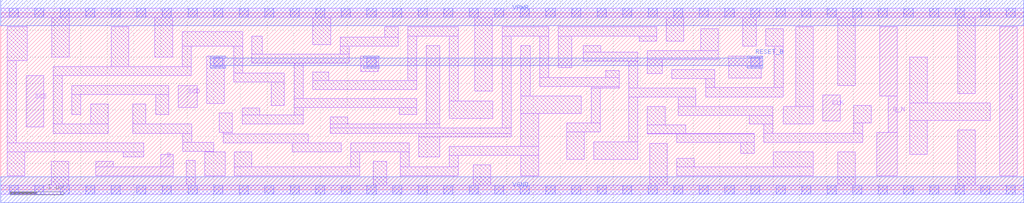
<source format=lef>
# Copyright 2020 The SkyWater PDK Authors
#
# Licensed under the Apache License, Version 2.0 (the "License");
# you may not use this file except in compliance with the License.
# You may obtain a copy of the License at
#
#     https://www.apache.org/licenses/LICENSE-2.0
#
# Unless required by applicable law or agreed to in writing, software
# distributed under the License is distributed on an "AS IS" BASIS,
# WITHOUT WARRANTIES OR CONDITIONS OF ANY KIND, either express or implied.
# See the License for the specific language governing permissions and
# limitations under the License.
#
# SPDX-License-Identifier: Apache-2.0

VERSION 5.7 ;
  NOWIREEXTENSIONATPIN ON ;
  DIVIDERCHAR "/" ;
  BUSBITCHARS "[]" ;
UNITS
  DATABASE MICRONS 200 ;
END UNITS
MACRO sky130_fd_sc_lp__sdfrbp_lp
  CLASS CORE ;
  FOREIGN sky130_fd_sc_lp__sdfrbp_lp ;
  ORIGIN  0.000000  0.000000 ;
  SIZE  19.20000 BY  3.330000 ;
  SYMMETRY R90 ;
  SITE unit ;
  PIN D
    ANTENNAGATEAREA  0.159000 ;
    DIRECTION INPUT ;
    USE SIGNAL ;
    PORT
      LAYER li1 ;
        RECT 1.780000 0.265000 3.235000 0.435000 ;
        RECT 1.780000 0.435000 2.110000 0.535000 ;
        RECT 3.005000 0.435000 3.235000 0.670000 ;
    END
  END D
  PIN Q
    ANTENNADIFFAREA  0.598500 ;
    DIRECTION OUTPUT ;
    USE SIGNAL ;
    PORT
      LAYER li1 ;
        RECT 18.755000 0.265000 19.085000 3.065000 ;
    END
  END Q
  PIN Q_N
    ANTENNADIFFAREA  0.598500 ;
    DIRECTION OUTPUT ;
    USE SIGNAL ;
    PORT
      LAYER li1 ;
        RECT 16.445000 0.265000 16.830000 1.075000 ;
        RECT 16.500000 1.765000 16.830000 3.065000 ;
        RECT 16.660000 1.075000 16.830000 1.765000 ;
    END
  END Q_N
  PIN RESET_B
    ANTENNAGATEAREA  0.633000 ;
    DIRECTION INPUT ;
    USE SIGNAL ;
    PORT
      LAYER met1 ;
        RECT  3.935000 2.290000  4.225000 2.335000 ;
        RECT  3.935000 2.335000 14.305000 2.475000 ;
        RECT  3.935000 2.475000  4.225000 2.520000 ;
        RECT  6.815000 2.290000  7.105000 2.335000 ;
        RECT  6.815000 2.475000  7.105000 2.520000 ;
        RECT 14.015000 2.290000 14.305000 2.335000 ;
        RECT 14.015000 2.475000 14.305000 2.520000 ;
    END
  END RESET_B
  PIN SCD
    ANTENNAGATEAREA  0.159000 ;
    DIRECTION INPUT ;
    USE SIGNAL ;
    PORT
      LAYER li1 ;
        RECT 3.335000 1.550000 3.685000 1.965000 ;
    END
  END SCD
  PIN SCE
    ANTENNAGATEAREA  0.477000 ;
    DIRECTION INPUT ;
    USE SIGNAL ;
    PORT
      LAYER li1 ;
        RECT 0.475000 1.180000 0.805000 2.150000 ;
    END
  END SCE
  PIN CLK
    ANTENNAGATEAREA  0.630000 ;
    DIRECTION INPUT ;
    USE CLOCK ;
    PORT
      LAYER li1 ;
        RECT 15.430000 1.295000 15.760000 1.780000 ;
    END
  END CLK
  PIN VGND
    DIRECTION INOUT ;
    USE GROUND ;
    PORT
      LAYER met1 ;
        RECT 0.000000 -0.245000 19.200000 0.245000 ;
    END
  END VGND
  PIN VPWR
    DIRECTION INOUT ;
    USE POWER ;
    PORT
      LAYER met1 ;
        RECT 0.000000 3.085000 19.200000 3.575000 ;
    END
  END VPWR
  OBS
    LAYER li1 ;
      RECT  0.000000 -0.085000 19.200000 0.085000 ;
      RECT  0.000000  3.245000 19.200000 3.415000 ;
      RECT  0.125000  0.265000  0.455000 0.715000 ;
      RECT  0.125000  0.715000  2.680000 0.885000 ;
      RECT  0.125000  0.885000  0.295000 2.435000 ;
      RECT  0.125000  2.435000  0.500000 3.065000 ;
      RECT  0.945000  0.085000  1.275000 0.535000 ;
      RECT  0.960000  2.495000  1.290000 3.245000 ;
      RECT  0.985000  1.065000  2.015000 1.235000 ;
      RECT  0.985000  1.235000  1.155000 2.145000 ;
      RECT  0.985000  2.145000  3.575000 2.315000 ;
      RECT  1.335000  1.415000  1.505000 1.795000 ;
      RECT  1.335000  1.795000  3.155000 1.965000 ;
      RECT  1.685000  1.235000  2.015000 1.615000 ;
      RECT  2.075000  2.315000  2.405000 3.065000 ;
      RECT  2.295000  0.615000  2.680000 0.715000 ;
      RECT  2.475000  1.065000  3.585000 1.235000 ;
      RECT  2.475000  1.235000  2.725000 1.615000 ;
      RECT  2.895000  2.495000  3.225000 3.245000 ;
      RECT  2.905000  1.415000  3.155000 1.795000 ;
      RECT  3.405000  2.315000  3.575000 2.700000 ;
      RECT  3.405000  2.700000  4.545000 2.975000 ;
      RECT  3.415000  0.725000  4.000000 0.895000 ;
      RECT  3.415000  0.895000  3.585000 1.065000 ;
      RECT  3.480000  0.085000  3.650000 0.555000 ;
      RECT  3.830000  0.265000  4.210000 0.715000 ;
      RECT  3.830000  0.715000  4.000000 0.725000 ;
      RECT  3.865000  1.625000  4.195000 2.520000 ;
      RECT  4.100000  1.075000  4.350000 1.445000 ;
      RECT  4.180000  0.885000  5.770000 1.055000 ;
      RECT  4.180000  1.055000  4.350000 1.075000 ;
      RECT  4.375000  2.025000  5.325000 2.195000 ;
      RECT  4.375000  2.195000  4.545000 2.700000 ;
      RECT  4.380000  0.265000  6.740000 0.435000 ;
      RECT  4.380000  0.435000  4.710000 0.715000 ;
      RECT  4.530000  1.235000  5.675000 1.405000 ;
      RECT  4.530000  1.405000  4.860000 1.535000 ;
      RECT  4.715000  2.385000  6.540000 2.555000 ;
      RECT  4.715000  2.555000  4.905000 2.895000 ;
      RECT  5.075000  1.585000  5.325000 2.025000 ;
      RECT  5.470000  0.715000  6.390000 0.885000 ;
      RECT  5.505000  1.405000  5.675000 1.545000 ;
      RECT  5.505000  1.545000  7.810000 1.715000 ;
      RECT  5.505000  1.715000  5.675000 2.385000 ;
      RECT  5.855000  1.885000  7.810000 2.055000 ;
      RECT  5.855000  2.055000  6.155000 2.215000 ;
      RECT  5.860000  2.735000  6.190000 3.245000 ;
      RECT  6.185000  1.065000  9.585000 1.165000 ;
      RECT  6.185000  1.165000  8.240000 1.235000 ;
      RECT  6.185000  1.235000  6.515000 1.375000 ;
      RECT  6.370000  2.555000  6.540000 2.700000 ;
      RECT  6.370000  2.700000  7.460000 2.870000 ;
      RECT  6.570000  0.435000  6.740000 0.715000 ;
      RECT  6.570000  0.715000  7.670000 0.885000 ;
      RECT  6.755000  2.225000  7.085000 2.520000 ;
      RECT  6.995000  0.085000  7.245000 0.535000 ;
      RECT  7.210000  2.870000  7.460000 3.065000 ;
      RECT  7.480000  1.415000  7.810000 1.545000 ;
      RECT  7.500000  0.265000  8.590000 0.435000 ;
      RECT  7.500000  0.435000  7.670000 0.715000 ;
      RECT  7.640000  2.055000  7.810000 2.895000 ;
      RECT  7.640000  2.895000  8.590000 3.065000 ;
      RECT  7.850000  0.615000  8.240000 0.995000 ;
      RECT  7.850000  0.995000  9.585000 1.065000 ;
      RECT  7.990000  1.235000  8.240000 2.715000 ;
      RECT  8.420000  0.435000  8.590000 0.645000 ;
      RECT  8.420000  0.645000 10.095000 0.815000 ;
      RECT  8.420000  1.345000  9.235000 1.675000 ;
      RECT  8.420000  1.675000  8.590000 2.895000 ;
      RECT  8.865000  0.085000  9.195000 0.465000 ;
      RECT  8.895000  1.855000  9.225000 3.245000 ;
      RECT  9.415000  1.165000  9.585000 2.895000 ;
      RECT  9.415000  2.895000 10.285000 3.065000 ;
      RECT  9.765000  0.265000 10.095000 0.645000 ;
      RECT  9.765000  0.815000 10.095000 1.435000 ;
      RECT  9.765000  1.435000 10.900000 1.765000 ;
      RECT  9.765000  1.765000  9.935000 2.715000 ;
      RECT 10.115000  1.945000 11.610000 2.115000 ;
      RECT 10.115000  2.115000 10.285000 2.895000 ;
      RECT 10.465000  2.295000 10.715000 2.895000 ;
      RECT 10.465000  2.895000 12.315000 3.065000 ;
      RECT 10.620000  0.575000 10.950000 1.085000 ;
      RECT 10.620000  1.085000 11.250000 1.255000 ;
      RECT 10.930000  2.425000 11.960000 2.595000 ;
      RECT 10.930000  2.595000 11.260000 2.715000 ;
      RECT 11.080000  1.255000 11.250000 1.915000 ;
      RECT 11.080000  1.915000 11.610000 1.945000 ;
      RECT 11.130000  0.575000 11.960000 0.905000 ;
      RECT 11.360000  2.115000 11.610000 2.245000 ;
      RECT 11.790000  0.905000 11.960000 1.745000 ;
      RECT 11.790000  1.745000 13.050000 1.915000 ;
      RECT 11.790000  1.915000 11.960000 2.425000 ;
      RECT 11.985000  2.795000 12.315000 2.895000 ;
      RECT 12.140000  1.050000 14.140000 1.060000 ;
      RECT 12.140000  1.060000 12.860000 1.220000 ;
      RECT 12.140000  1.220000 12.470000 1.565000 ;
      RECT 12.140000  2.185000 12.415000 2.445000 ;
      RECT 12.140000  2.445000 13.470000 2.615000 ;
      RECT 12.180000  0.085000 12.510000 0.870000 ;
      RECT 12.495000  2.795000 12.825000 3.245000 ;
      RECT 12.595000  2.095000 13.400000 2.265000 ;
      RECT 12.690000  0.265000 15.250000 0.435000 ;
      RECT 12.690000  0.435000 13.020000 0.595000 ;
      RECT 12.690000  0.890000 14.140000 1.050000 ;
      RECT 12.720000  1.400000 14.490000 1.570000 ;
      RECT 12.720000  1.570000 13.050000 1.745000 ;
      RECT 13.140000  2.615000 13.470000 3.030000 ;
      RECT 13.230000  1.750000 14.690000 1.920000 ;
      RECT 13.230000  1.920000 13.400000 2.095000 ;
      RECT 13.665000  2.100000 14.275000 2.520000 ;
      RECT 13.890000  0.685000 14.140000 0.890000 ;
      RECT 13.930000  2.700000 14.180000 3.245000 ;
      RECT 14.055000  1.240000 14.490000 1.400000 ;
      RECT 14.320000  0.890000 16.185000 1.060000 ;
      RECT 14.320000  1.060000 14.490000 1.240000 ;
      RECT 14.360000  2.700000 14.690000 3.030000 ;
      RECT 14.500000  0.435000 15.250000 0.710000 ;
      RECT 14.520000  1.920000 14.690000 2.700000 ;
      RECT 14.685000  1.240000 15.250000 1.570000 ;
      RECT 14.920000  1.570000 15.250000 3.065000 ;
      RECT 15.710000  0.085000 16.040000 0.710000 ;
      RECT 15.710000  1.960000 16.040000 3.245000 ;
      RECT 16.015000  1.060000 16.185000 1.255000 ;
      RECT 16.015000  1.255000 16.345000 1.585000 ;
      RECT 17.060000  0.665000 17.390000 1.305000 ;
      RECT 17.060000  1.305000 18.575000 1.635000 ;
      RECT 17.060000  1.635000 17.390000 2.495000 ;
      RECT 17.965000  0.085000 18.295000 1.125000 ;
      RECT 17.965000  1.815000 18.295000 3.245000 ;
    LAYER mcon ;
      RECT  0.155000 -0.085000  0.325000 0.085000 ;
      RECT  0.155000  3.245000  0.325000 3.415000 ;
      RECT  0.635000 -0.085000  0.805000 0.085000 ;
      RECT  0.635000  3.245000  0.805000 3.415000 ;
      RECT  1.115000 -0.085000  1.285000 0.085000 ;
      RECT  1.115000  3.245000  1.285000 3.415000 ;
      RECT  1.595000 -0.085000  1.765000 0.085000 ;
      RECT  1.595000  3.245000  1.765000 3.415000 ;
      RECT  2.075000 -0.085000  2.245000 0.085000 ;
      RECT  2.075000  3.245000  2.245000 3.415000 ;
      RECT  2.555000 -0.085000  2.725000 0.085000 ;
      RECT  2.555000  3.245000  2.725000 3.415000 ;
      RECT  3.035000 -0.085000  3.205000 0.085000 ;
      RECT  3.035000  3.245000  3.205000 3.415000 ;
      RECT  3.515000 -0.085000  3.685000 0.085000 ;
      RECT  3.515000  3.245000  3.685000 3.415000 ;
      RECT  3.995000 -0.085000  4.165000 0.085000 ;
      RECT  3.995000  2.320000  4.165000 2.490000 ;
      RECT  3.995000  3.245000  4.165000 3.415000 ;
      RECT  4.475000 -0.085000  4.645000 0.085000 ;
      RECT  4.475000  3.245000  4.645000 3.415000 ;
      RECT  4.955000 -0.085000  5.125000 0.085000 ;
      RECT  4.955000  3.245000  5.125000 3.415000 ;
      RECT  5.435000 -0.085000  5.605000 0.085000 ;
      RECT  5.435000  3.245000  5.605000 3.415000 ;
      RECT  5.915000 -0.085000  6.085000 0.085000 ;
      RECT  5.915000  3.245000  6.085000 3.415000 ;
      RECT  6.395000 -0.085000  6.565000 0.085000 ;
      RECT  6.395000  3.245000  6.565000 3.415000 ;
      RECT  6.875000 -0.085000  7.045000 0.085000 ;
      RECT  6.875000  2.320000  7.045000 2.490000 ;
      RECT  6.875000  3.245000  7.045000 3.415000 ;
      RECT  7.355000 -0.085000  7.525000 0.085000 ;
      RECT  7.355000  3.245000  7.525000 3.415000 ;
      RECT  7.835000 -0.085000  8.005000 0.085000 ;
      RECT  7.835000  3.245000  8.005000 3.415000 ;
      RECT  8.315000 -0.085000  8.485000 0.085000 ;
      RECT  8.315000  3.245000  8.485000 3.415000 ;
      RECT  8.795000 -0.085000  8.965000 0.085000 ;
      RECT  8.795000  3.245000  8.965000 3.415000 ;
      RECT  9.275000 -0.085000  9.445000 0.085000 ;
      RECT  9.275000  3.245000  9.445000 3.415000 ;
      RECT  9.755000 -0.085000  9.925000 0.085000 ;
      RECT  9.755000  3.245000  9.925000 3.415000 ;
      RECT 10.235000 -0.085000 10.405000 0.085000 ;
      RECT 10.235000  3.245000 10.405000 3.415000 ;
      RECT 10.715000 -0.085000 10.885000 0.085000 ;
      RECT 10.715000  3.245000 10.885000 3.415000 ;
      RECT 11.195000 -0.085000 11.365000 0.085000 ;
      RECT 11.195000  3.245000 11.365000 3.415000 ;
      RECT 11.675000 -0.085000 11.845000 0.085000 ;
      RECT 11.675000  3.245000 11.845000 3.415000 ;
      RECT 12.155000 -0.085000 12.325000 0.085000 ;
      RECT 12.155000  3.245000 12.325000 3.415000 ;
      RECT 12.635000 -0.085000 12.805000 0.085000 ;
      RECT 12.635000  3.245000 12.805000 3.415000 ;
      RECT 13.115000 -0.085000 13.285000 0.085000 ;
      RECT 13.115000  3.245000 13.285000 3.415000 ;
      RECT 13.595000 -0.085000 13.765000 0.085000 ;
      RECT 13.595000  3.245000 13.765000 3.415000 ;
      RECT 14.075000 -0.085000 14.245000 0.085000 ;
      RECT 14.075000  2.320000 14.245000 2.490000 ;
      RECT 14.075000  3.245000 14.245000 3.415000 ;
      RECT 14.555000 -0.085000 14.725000 0.085000 ;
      RECT 14.555000  3.245000 14.725000 3.415000 ;
      RECT 15.035000 -0.085000 15.205000 0.085000 ;
      RECT 15.035000  3.245000 15.205000 3.415000 ;
      RECT 15.515000 -0.085000 15.685000 0.085000 ;
      RECT 15.515000  3.245000 15.685000 3.415000 ;
      RECT 15.995000 -0.085000 16.165000 0.085000 ;
      RECT 15.995000  3.245000 16.165000 3.415000 ;
      RECT 16.475000 -0.085000 16.645000 0.085000 ;
      RECT 16.475000  3.245000 16.645000 3.415000 ;
      RECT 16.955000 -0.085000 17.125000 0.085000 ;
      RECT 16.955000  3.245000 17.125000 3.415000 ;
      RECT 17.435000 -0.085000 17.605000 0.085000 ;
      RECT 17.435000  3.245000 17.605000 3.415000 ;
      RECT 17.915000 -0.085000 18.085000 0.085000 ;
      RECT 17.915000  3.245000 18.085000 3.415000 ;
      RECT 18.395000 -0.085000 18.565000 0.085000 ;
      RECT 18.395000  3.245000 18.565000 3.415000 ;
      RECT 18.875000 -0.085000 19.045000 0.085000 ;
      RECT 18.875000  3.245000 19.045000 3.415000 ;
  END
END sky130_fd_sc_lp__sdfrbp_lp
END LIBRARY

</source>
